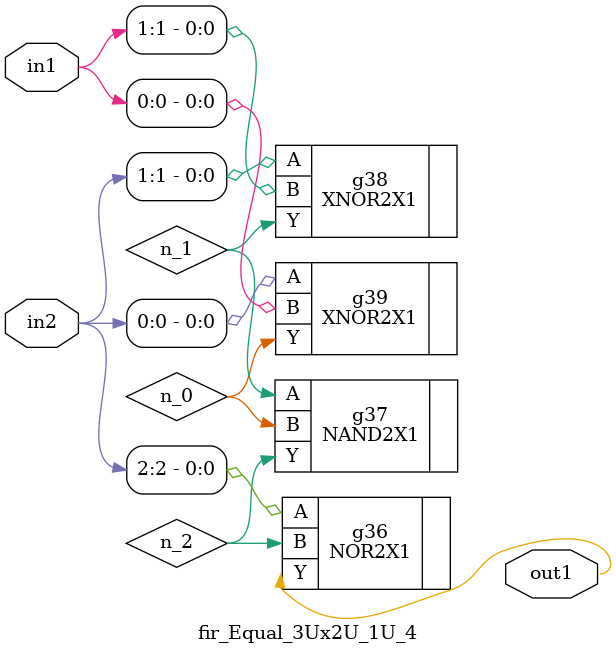
<source format=v>
`timescale 1ps / 1ps


module fir_Equal_3Ux2U_1U_4(in2, in1, out1);
  input [2:0] in2;
  input [1:0] in1;
  output out1;
  wire [2:0] in2;
  wire [1:0] in1;
  wire out1;
  wire n_0, n_1, n_2;
  NOR2X1 g36(.A (in2[2]), .B (n_2), .Y (out1));
  NAND2X1 g37(.A (n_1), .B (n_0), .Y (n_2));
  XNOR2X1 g38(.A (in2[1]), .B (in1[1]), .Y (n_1));
  XNOR2X1 g39(.A (in2[0]), .B (in1[0]), .Y (n_0));
endmodule



</source>
